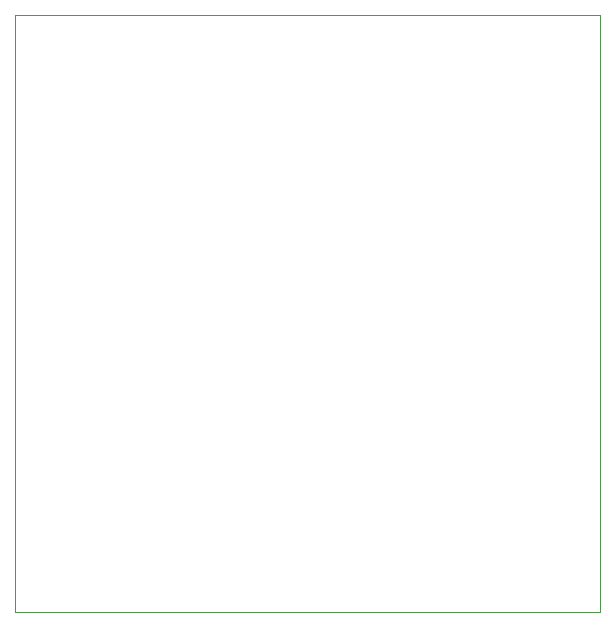
<source format=gbr>
G04 #@! TF.GenerationSoftware,KiCad,Pcbnew,5.1.5+dfsg1-2build2*
G04 #@! TF.CreationDate,2022-01-06T20:40:28+01:00*
G04 #@! TF.ProjectId,Door,446f6f72-2e6b-4696-9361-645f70636258,V1.0*
G04 #@! TF.SameCoordinates,Original*
G04 #@! TF.FileFunction,Profile,NP*
%FSLAX46Y46*%
G04 Gerber Fmt 4.6, Leading zero omitted, Abs format (unit mm)*
G04 Created by KiCad (PCBNEW 5.1.5+dfsg1-2build2) date 2022-01-06 20:40:28*
%MOMM*%
%LPD*%
G04 APERTURE LIST*
%ADD10C,0.050000*%
G04 APERTURE END LIST*
D10*
X102362000Y-94742000D02*
X102362000Y-140208000D01*
X52828000Y-140208000D02*
X102362000Y-140208000D01*
X52828000Y-89662000D02*
X52828000Y-140208000D01*
X102362000Y-89662000D02*
X52832000Y-89662000D01*
X102362000Y-94742000D02*
X102362000Y-89662000D01*
M02*

</source>
